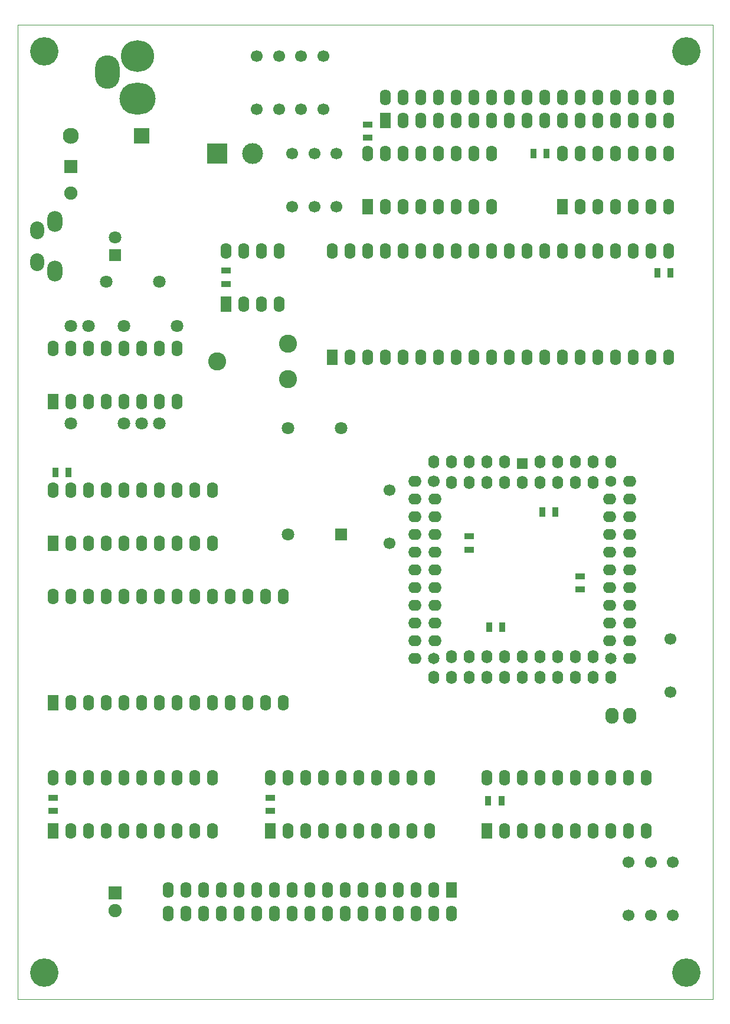
<source format=gbs>
G04 (created by PCBNEW (2013-07-07 BZR 4022)-stable) date 19/03/2022 16:48:30*
%MOIN*%
G04 Gerber Fmt 3.4, Leading zero omitted, Abs format*
%FSLAX34Y34*%
G01*
G70*
G90*
G04 APERTURE LIST*
%ADD10C,0.00590551*%
%ADD11C,0.00393701*%
%ADD12O,0.189X0.177165*%
%ADD13O,0.204724X0.177165*%
%ADD14O,0.137795X0.189*%
%ADD15O,0.0866142X0.11811*%
%ADD16O,0.0787402X0.1*%
%ADD17R,0.0629921X0.0905512*%
%ADD18O,0.0629921X0.0905512*%
%ADD19C,0.0669291*%
%ADD20C,0.0708661*%
%ADD21R,0.0629921X0.0629921*%
%ADD22O,0.0629921X0.0748031*%
%ADD23O,0.0748031X0.0629921*%
%ADD24C,0.0649606*%
%ADD25C,0.0629921*%
%ADD26R,0.062X0.09*%
%ADD27O,0.062X0.09*%
%ADD28R,0.0708661X0.0708661*%
%ADD29R,0.035X0.055*%
%ADD30R,0.055X0.035*%
%ADD31C,0.0905512*%
%ADD32R,0.0905512X0.0905512*%
%ADD33R,0.0748031X0.0748031*%
%ADD34C,0.0748031*%
%ADD35C,0.102362*%
%ADD36R,0.11811X0.11811*%
%ADD37C,0.11811*%
%ADD38C,0.16*%
%ADD39O,0.0748031X0.0905512*%
G04 APERTURE END LIST*
G54D10*
G54D11*
X39250Y55000D02*
X0Y55000D01*
X0Y0D02*
X39250Y0D01*
X0Y0D02*
X0Y55000D01*
X39250Y55000D02*
X39250Y0D01*
G54D12*
X6750Y53250D03*
G54D13*
X6750Y50850D03*
G54D14*
X5050Y52350D03*
G54D15*
X2100Y41100D03*
G54D16*
X1100Y41600D03*
X1100Y43400D03*
G54D15*
X2100Y43900D03*
G54D17*
X24500Y6157D03*
G54D18*
X24500Y4842D03*
X23500Y6157D03*
X23500Y4842D03*
X22500Y6157D03*
X22500Y4842D03*
X21500Y6157D03*
X21500Y4842D03*
X20500Y6157D03*
X20500Y4842D03*
X19500Y6157D03*
X19500Y4842D03*
X18500Y6157D03*
X18500Y4842D03*
X17500Y6157D03*
X17500Y4842D03*
X16500Y6157D03*
X16500Y4842D03*
X15500Y6157D03*
X15500Y4842D03*
X14500Y6157D03*
X14500Y4842D03*
X13500Y6157D03*
X13500Y4842D03*
X12500Y6157D03*
X12500Y4842D03*
X11500Y6157D03*
X11500Y4842D03*
X10500Y6157D03*
X10500Y4842D03*
X9500Y6157D03*
X9500Y4842D03*
X8500Y6157D03*
X8500Y4842D03*
G54D17*
X20750Y49592D03*
G54D18*
X20750Y50907D03*
X21750Y49592D03*
X21750Y50907D03*
X22750Y49592D03*
X22750Y50907D03*
X23750Y49592D03*
X23750Y50907D03*
X24750Y49592D03*
X24750Y50907D03*
X25750Y49592D03*
X25750Y50907D03*
X26750Y49592D03*
X26750Y50907D03*
X27750Y49592D03*
X27750Y50907D03*
X28750Y49592D03*
X28750Y50907D03*
X29750Y49592D03*
X29750Y50907D03*
X30750Y49592D03*
X30750Y50907D03*
X31750Y49592D03*
X31750Y50907D03*
X32750Y49592D03*
X32750Y50907D03*
X33750Y49592D03*
X33750Y50907D03*
X34750Y49592D03*
X34750Y50907D03*
X35750Y49592D03*
X35750Y50907D03*
X36750Y49592D03*
X36750Y50907D03*
G54D19*
X16750Y44750D03*
X16750Y47750D03*
G54D20*
X9000Y38000D03*
X6000Y38000D03*
X3000Y32500D03*
X6000Y32500D03*
X8000Y40500D03*
X5000Y40500D03*
G54D19*
X13500Y53250D03*
X13500Y50250D03*
X14750Y53250D03*
X14750Y50250D03*
X16000Y53250D03*
X16000Y50250D03*
X17250Y53250D03*
X17250Y50250D03*
G54D21*
X28500Y30250D03*
G54D22*
X28500Y29171D03*
X27500Y30328D03*
X27500Y29171D03*
X26500Y30328D03*
X26500Y29171D03*
X25500Y30328D03*
X25500Y29171D03*
X24500Y30328D03*
X24500Y29171D03*
X23500Y30328D03*
G54D23*
X22421Y29250D03*
G54D19*
X23500Y29250D03*
G54D23*
X22421Y28250D03*
X23578Y28250D03*
X22421Y27250D03*
X23578Y27250D03*
X22421Y26250D03*
X23578Y26250D03*
X22421Y25250D03*
X23578Y25250D03*
X22421Y24250D03*
X23578Y24250D03*
X22421Y23250D03*
X23578Y23250D03*
X22421Y22250D03*
X23578Y22250D03*
X22421Y21250D03*
X23578Y21250D03*
X22421Y20250D03*
X23578Y20250D03*
X22421Y19250D03*
G54D22*
X23500Y18171D03*
G54D24*
X23500Y19250D03*
G54D22*
X24500Y18171D03*
X24500Y19328D03*
X25500Y18171D03*
X25500Y19328D03*
X26500Y18171D03*
X26500Y19328D03*
X27500Y18171D03*
X27500Y19328D03*
X28500Y18171D03*
X28500Y19328D03*
X29500Y18171D03*
X29500Y19328D03*
X30500Y18171D03*
X30500Y19328D03*
X31500Y18171D03*
X31500Y19328D03*
X32500Y18171D03*
X32500Y19328D03*
X33500Y18171D03*
G54D23*
X34578Y19250D03*
G54D24*
X33500Y19250D03*
G54D23*
X34578Y20250D03*
X33421Y20250D03*
X34578Y21250D03*
X33421Y21250D03*
X34578Y22250D03*
X33421Y22250D03*
X34578Y23250D03*
X33421Y23250D03*
X34578Y24250D03*
X33421Y24250D03*
X34578Y25250D03*
X33421Y25250D03*
X34578Y26250D03*
X33421Y26250D03*
X34578Y27250D03*
X33421Y27250D03*
X34578Y28250D03*
X33421Y28250D03*
X34578Y29250D03*
G54D22*
X33500Y30328D03*
G54D25*
X33500Y29250D03*
G54D22*
X32500Y30328D03*
X32500Y29171D03*
X31500Y30328D03*
X31500Y29171D03*
X30500Y30328D03*
X30500Y29171D03*
X29500Y30328D03*
X29500Y29171D03*
G54D26*
X11750Y39250D03*
G54D27*
X12750Y39250D03*
X13750Y39250D03*
X14750Y39250D03*
X14750Y42250D03*
X13750Y42250D03*
X12750Y42250D03*
X11750Y42250D03*
G54D26*
X17750Y36250D03*
G54D27*
X18750Y36250D03*
X19750Y36250D03*
X20750Y36250D03*
X21750Y36250D03*
X22750Y36250D03*
X23750Y36250D03*
X24750Y36250D03*
X25750Y36250D03*
X26750Y36250D03*
X27750Y36250D03*
X28750Y36250D03*
X29750Y36250D03*
X30750Y36250D03*
X31750Y36250D03*
X32750Y36250D03*
X33750Y36250D03*
X34750Y36250D03*
X35750Y36250D03*
X36750Y36250D03*
X36750Y42250D03*
X35750Y42250D03*
X34750Y42250D03*
X33750Y42250D03*
X32750Y42250D03*
X31750Y42250D03*
X30750Y42250D03*
X29750Y42250D03*
X28750Y42250D03*
X27750Y42250D03*
X26750Y42250D03*
X25750Y42250D03*
X24750Y42250D03*
X23750Y42250D03*
X22750Y42250D03*
X21750Y42250D03*
X20750Y42250D03*
X19750Y42250D03*
X18750Y42250D03*
X17750Y42250D03*
G54D26*
X2000Y16750D03*
G54D27*
X3000Y16750D03*
X4000Y16750D03*
X5000Y16750D03*
X6000Y16750D03*
X7000Y16750D03*
X8000Y16750D03*
X9000Y16750D03*
X10000Y16750D03*
X11000Y16750D03*
X12000Y16750D03*
X13000Y16750D03*
X14000Y16750D03*
X15000Y16750D03*
X15000Y22750D03*
X14000Y22750D03*
X13000Y22750D03*
X12000Y22750D03*
X11000Y22750D03*
X10000Y22750D03*
X9000Y22750D03*
X8000Y22750D03*
X7000Y22750D03*
X6000Y22750D03*
X5000Y22750D03*
X4000Y22750D03*
X3000Y22750D03*
X2000Y22750D03*
G54D26*
X26500Y9500D03*
G54D27*
X27500Y9500D03*
X28500Y9500D03*
X29500Y9500D03*
X30500Y9500D03*
X31500Y9500D03*
X32500Y9500D03*
X33500Y9500D03*
X34500Y9500D03*
X35500Y9500D03*
X35500Y12500D03*
X34500Y12500D03*
X33500Y12500D03*
X32500Y12500D03*
X31500Y12500D03*
X30500Y12500D03*
X29500Y12500D03*
X28500Y12500D03*
X27500Y12500D03*
X26500Y12500D03*
G54D26*
X2000Y9500D03*
G54D27*
X3000Y9500D03*
X4000Y9500D03*
X5000Y9500D03*
X6000Y9500D03*
X7000Y9500D03*
X8000Y9500D03*
X9000Y9500D03*
X10000Y9500D03*
X11000Y9500D03*
X11000Y12500D03*
X10000Y12500D03*
X9000Y12500D03*
X8000Y12500D03*
X7000Y12500D03*
X6000Y12500D03*
X5000Y12500D03*
X4000Y12500D03*
X3000Y12500D03*
X2000Y12500D03*
G54D26*
X14250Y9500D03*
G54D27*
X15250Y9500D03*
X16250Y9500D03*
X17250Y9500D03*
X18250Y9500D03*
X19250Y9500D03*
X20250Y9500D03*
X21250Y9500D03*
X22250Y9500D03*
X23250Y9500D03*
X23250Y12500D03*
X22250Y12500D03*
X21250Y12500D03*
X20250Y12500D03*
X19250Y12500D03*
X18250Y12500D03*
X17250Y12500D03*
X16250Y12500D03*
X15250Y12500D03*
X14250Y12500D03*
G54D26*
X2000Y25750D03*
G54D27*
X3000Y25750D03*
X4000Y25750D03*
X5000Y25750D03*
X6000Y25750D03*
X7000Y25750D03*
X8000Y25750D03*
X9000Y25750D03*
X10000Y25750D03*
X11000Y25750D03*
X11000Y28750D03*
X10000Y28750D03*
X9000Y28750D03*
X8000Y28750D03*
X7000Y28750D03*
X6000Y28750D03*
X5000Y28750D03*
X4000Y28750D03*
X3000Y28750D03*
X2000Y28750D03*
G54D26*
X19750Y44750D03*
G54D27*
X20750Y44750D03*
X21750Y44750D03*
X22750Y44750D03*
X23750Y44750D03*
X24750Y44750D03*
X25750Y44750D03*
X26750Y44750D03*
X26750Y47750D03*
X25750Y47750D03*
X24750Y47750D03*
X23750Y47750D03*
X22750Y47750D03*
X21750Y47750D03*
X20750Y47750D03*
X19750Y47750D03*
G54D26*
X2000Y33750D03*
G54D27*
X3000Y33750D03*
X4000Y33750D03*
X5000Y33750D03*
X6000Y33750D03*
X7000Y33750D03*
X8000Y33750D03*
X9000Y33750D03*
X9000Y36750D03*
X8000Y36750D03*
X7000Y36750D03*
X6000Y36750D03*
X5000Y36750D03*
X4000Y36750D03*
X3000Y36750D03*
X2000Y36750D03*
G54D26*
X30750Y44750D03*
G54D27*
X31750Y44750D03*
X32750Y44750D03*
X33750Y44750D03*
X34750Y44750D03*
X35750Y44750D03*
X36750Y44750D03*
X36750Y47750D03*
X35750Y47750D03*
X34750Y47750D03*
X33750Y47750D03*
X32750Y47750D03*
X31750Y47750D03*
X30750Y47750D03*
G54D28*
X5500Y42000D03*
G54D20*
X5500Y43000D03*
X8000Y32500D03*
X7000Y32500D03*
X3000Y38000D03*
X4000Y38000D03*
G54D28*
X18250Y26250D03*
G54D20*
X15250Y26250D03*
X15250Y32250D03*
X18250Y32250D03*
G54D19*
X18000Y44750D03*
X18000Y47750D03*
G54D29*
X36125Y41000D03*
X36875Y41000D03*
X26625Y21000D03*
X27375Y21000D03*
G54D30*
X25500Y25375D03*
X25500Y26125D03*
X31750Y23875D03*
X31750Y23125D03*
G54D29*
X29625Y27500D03*
X30375Y27500D03*
G54D31*
X3000Y48750D03*
G54D32*
X7000Y48750D03*
G54D33*
X3000Y47000D03*
G54D34*
X3000Y45500D03*
G54D30*
X14250Y11375D03*
X14250Y10625D03*
X2000Y11375D03*
X2000Y10625D03*
X11750Y41125D03*
X11750Y40375D03*
G54D29*
X2125Y29750D03*
X2875Y29750D03*
G54D35*
X15250Y35000D03*
X11250Y36000D03*
X15250Y37000D03*
G54D36*
X11250Y47750D03*
G54D37*
X13250Y47750D03*
G54D38*
X1500Y53500D03*
X37750Y53500D03*
X37750Y1500D03*
X1500Y1500D03*
G54D19*
X35750Y4750D03*
X35750Y7750D03*
X37000Y4750D03*
X37000Y7750D03*
X34500Y7750D03*
X34500Y4750D03*
G54D30*
X19750Y48625D03*
X19750Y49375D03*
G54D29*
X29875Y47750D03*
X29125Y47750D03*
G54D33*
X5500Y6000D03*
G54D34*
X5500Y5000D03*
G54D29*
X26575Y11200D03*
X27325Y11200D03*
G54D19*
X21000Y25750D03*
X21000Y28750D03*
X15500Y47750D03*
X15500Y44750D03*
X36850Y20350D03*
X36850Y17350D03*
G54D39*
X34550Y16000D03*
X33550Y16000D03*
M02*

</source>
